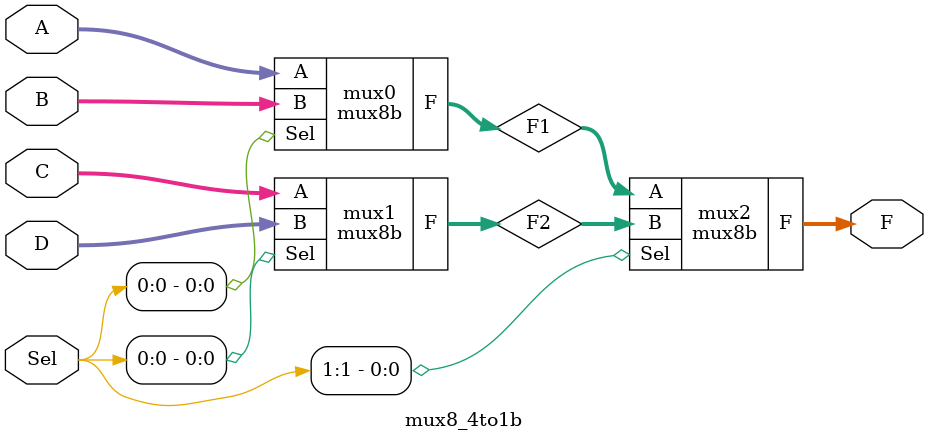
<source format=v>
`timescale 1ps/1ps

module mux_4t1a 
        (output wire F, 
        input wire A, B, C, D, 
        input wire [1:0] Sel);

    wire I0i, I1i, I2i, I3i, I0, I1, I2, I3, F1, F2;
    wire Sel0n, Sel1n;

    NOT inv1 (Sel0n, Sel[0]);
    NOT inv2 (Sel1n, Sel[1]);

    AND and1 (I0i, A, Sel0n);
    AND and2 (I0, I0i, Sel1n);

    AND and3 (I1i, B, Sel[0]);
    AND and4 (I1, I1i, Sel1n);

    AND and5 (I2i, C, Sel0n);
    AND and6 (I2, I2i, Sel[1]);

    AND and7 (I3i, D, Sel[0]);
    AND and8 (I3, I3i, Sel[1]);

    OR or1 (F1, I0, I1);
    OR or2 (F2, F1, I2);
    OR or3 (F, F2, I3);

endmodule

module mux8b(
    output wire [7:0] F,
    input wire [7:0] A, B,
    input wire Sel
);

    mux_4t1a mux1(F[0], A[0], B[0], 1'b0, 1'b0, {1'b0, Sel});
    mux_4t1a mux2(F[1], A[1], B[1], 1'b0, 1'b0, {1'b0, Sel});
    mux_4t1a mux3(F[2], A[2], B[2], 1'b0, 1'b0, {1'b0, Sel});
    mux_4t1a mux4(F[3], A[3], B[3], 1'b0, 1'b0, {1'b0, Sel});
    mux_4t1a mux5(F[4], A[4], B[4], 1'b0, 1'b0, {1'b0, Sel});
    mux_4t1a mux6(F[5], A[5], B[5], 1'b0, 1'b0, {1'b0, Sel});
    mux_4t1a mux7(F[6], A[6], B[6], 1'b0, 1'b0, {1'b0, Sel});
    mux_4t1a mux8(F[7], A[7], B[7], 1'b0, 1'b0, {1'b0, Sel});

endmodule

module mux8_4to1b(
    output wire [7:0] F,
    input wire [7:0] A, B, C, D,
    input wire [1:0] Sel
);

    wire [7:0] F1, F2;

    mux8b mux0(F1, A, B, Sel[0]);
    mux8b mux1(F2, C, D, Sel[0]);

    mux8b mux2(F, F1, F2, Sel[1]);

endmodule
</source>
